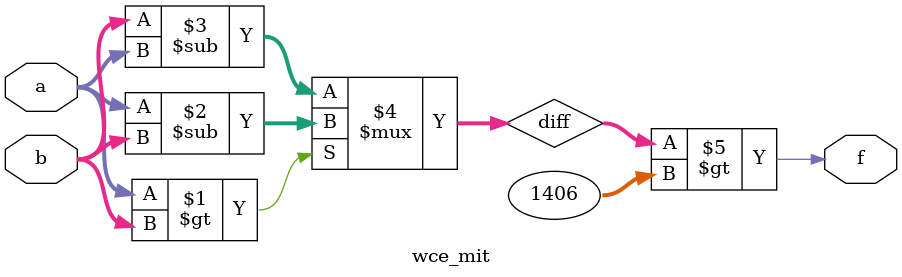
<source format=v>
module wce_mit(a, b, f);
parameter _bit = 16;
parameter wce = 1406;
input [_bit - 1: 0] a;
input [_bit - 1: 0] b;
output f;
wire [_bit - 1: 0] diff;
assign diff = (a > b)? (a - b): (b - a);
assign f = (diff > wce);
endmodule

</source>
